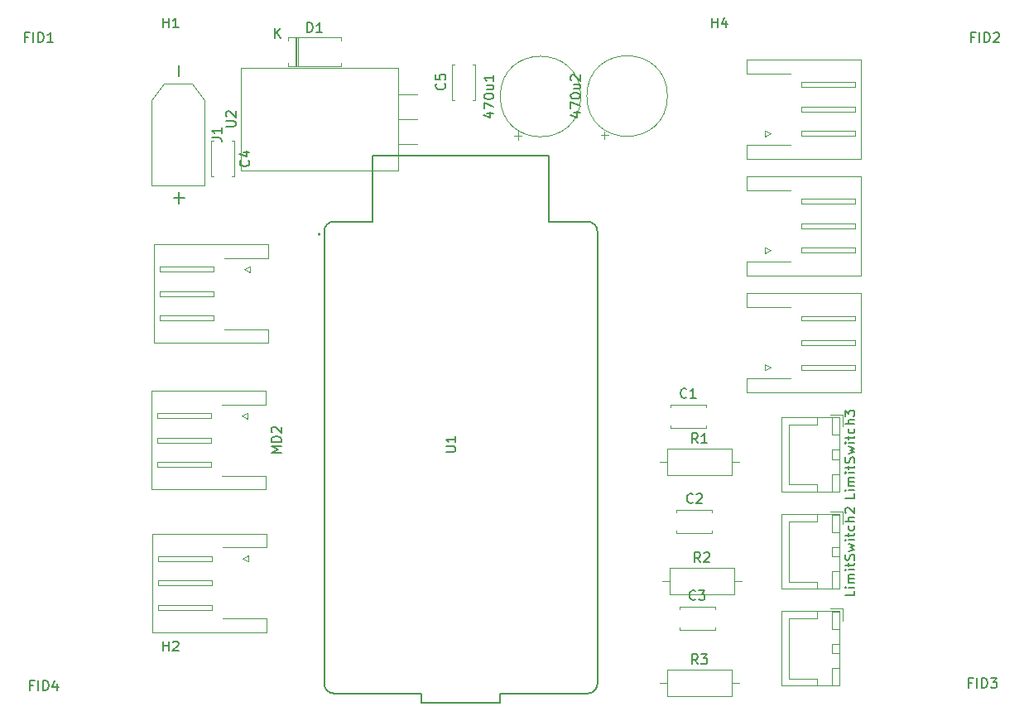
<source format=gbr>
%TF.GenerationSoftware,KiCad,Pcbnew,8.0.4*%
%TF.CreationDate,2024-09-06T02:12:06+09:00*%
%TF.ProjectId,esp_md3_servo3_sensor3,6573705f-6d64-4335-9f73-6572766f335f,rev?*%
%TF.SameCoordinates,Original*%
%TF.FileFunction,Legend,Top*%
%TF.FilePolarity,Positive*%
%FSLAX46Y46*%
G04 Gerber Fmt 4.6, Leading zero omitted, Abs format (unit mm)*
G04 Created by KiCad (PCBNEW 8.0.4) date 2024-09-06 02:12:06*
%MOMM*%
%LPD*%
G01*
G04 APERTURE LIST*
%ADD10C,0.150000*%
%ADD11C,0.120000*%
%ADD12C,0.127000*%
%ADD13C,0.200000*%
G04 APERTURE END LIST*
D10*
X196683333Y-128640819D02*
X196350000Y-128164628D01*
X196111905Y-128640819D02*
X196111905Y-127640819D01*
X196111905Y-127640819D02*
X196492857Y-127640819D01*
X196492857Y-127640819D02*
X196588095Y-127688438D01*
X196588095Y-127688438D02*
X196635714Y-127736057D01*
X196635714Y-127736057D02*
X196683333Y-127831295D01*
X196683333Y-127831295D02*
X196683333Y-127974152D01*
X196683333Y-127974152D02*
X196635714Y-128069390D01*
X196635714Y-128069390D02*
X196588095Y-128117009D01*
X196588095Y-128117009D02*
X196492857Y-128164628D01*
X196492857Y-128164628D02*
X196111905Y-128164628D01*
X197064286Y-127736057D02*
X197111905Y-127688438D01*
X197111905Y-127688438D02*
X197207143Y-127640819D01*
X197207143Y-127640819D02*
X197445238Y-127640819D01*
X197445238Y-127640819D02*
X197540476Y-127688438D01*
X197540476Y-127688438D02*
X197588095Y-127736057D01*
X197588095Y-127736057D02*
X197635714Y-127831295D01*
X197635714Y-127831295D02*
X197635714Y-127926533D01*
X197635714Y-127926533D02*
X197588095Y-128069390D01*
X197588095Y-128069390D02*
X197016667Y-128640819D01*
X197016667Y-128640819D02*
X197635714Y-128640819D01*
X153818819Y-117467523D02*
X152818819Y-117467523D01*
X152818819Y-117467523D02*
X153533104Y-117134190D01*
X153533104Y-117134190D02*
X152818819Y-116800857D01*
X152818819Y-116800857D02*
X153818819Y-116800857D01*
X153818819Y-116324666D02*
X152818819Y-116324666D01*
X152818819Y-116324666D02*
X152818819Y-116086571D01*
X152818819Y-116086571D02*
X152866438Y-115943714D01*
X152866438Y-115943714D02*
X152961676Y-115848476D01*
X152961676Y-115848476D02*
X153056914Y-115800857D01*
X153056914Y-115800857D02*
X153247390Y-115753238D01*
X153247390Y-115753238D02*
X153390247Y-115753238D01*
X153390247Y-115753238D02*
X153580723Y-115800857D01*
X153580723Y-115800857D02*
X153675961Y-115848476D01*
X153675961Y-115848476D02*
X153771200Y-115943714D01*
X153771200Y-115943714D02*
X153818819Y-116086571D01*
X153818819Y-116086571D02*
X153818819Y-116324666D01*
X152914057Y-115372285D02*
X152866438Y-115324666D01*
X152866438Y-115324666D02*
X152818819Y-115229428D01*
X152818819Y-115229428D02*
X152818819Y-114991333D01*
X152818819Y-114991333D02*
X152866438Y-114896095D01*
X152866438Y-114896095D02*
X152914057Y-114848476D01*
X152914057Y-114848476D02*
X153009295Y-114800857D01*
X153009295Y-114800857D02*
X153104533Y-114800857D01*
X153104533Y-114800857D02*
X153247390Y-114848476D01*
X153247390Y-114848476D02*
X153818819Y-115419904D01*
X153818819Y-115419904D02*
X153818819Y-114800857D01*
X156487905Y-74438819D02*
X156487905Y-73438819D01*
X156487905Y-73438819D02*
X156726000Y-73438819D01*
X156726000Y-73438819D02*
X156868857Y-73486438D01*
X156868857Y-73486438D02*
X156964095Y-73581676D01*
X156964095Y-73581676D02*
X157011714Y-73676914D01*
X157011714Y-73676914D02*
X157059333Y-73867390D01*
X157059333Y-73867390D02*
X157059333Y-74010247D01*
X157059333Y-74010247D02*
X157011714Y-74200723D01*
X157011714Y-74200723D02*
X156964095Y-74295961D01*
X156964095Y-74295961D02*
X156868857Y-74391200D01*
X156868857Y-74391200D02*
X156726000Y-74438819D01*
X156726000Y-74438819D02*
X156487905Y-74438819D01*
X158011714Y-74438819D02*
X157440286Y-74438819D01*
X157726000Y-74438819D02*
X157726000Y-73438819D01*
X157726000Y-73438819D02*
X157630762Y-73581676D01*
X157630762Y-73581676D02*
X157535524Y-73676914D01*
X157535524Y-73676914D02*
X157440286Y-73724533D01*
X153154095Y-75008819D02*
X153154095Y-74008819D01*
X153725523Y-75008819D02*
X153296952Y-74437390D01*
X153725523Y-74008819D02*
X153154095Y-74580247D01*
X195921333Y-122519580D02*
X195873714Y-122567200D01*
X195873714Y-122567200D02*
X195730857Y-122614819D01*
X195730857Y-122614819D02*
X195635619Y-122614819D01*
X195635619Y-122614819D02*
X195492762Y-122567200D01*
X195492762Y-122567200D02*
X195397524Y-122471961D01*
X195397524Y-122471961D02*
X195349905Y-122376723D01*
X195349905Y-122376723D02*
X195302286Y-122186247D01*
X195302286Y-122186247D02*
X195302286Y-122043390D01*
X195302286Y-122043390D02*
X195349905Y-121852914D01*
X195349905Y-121852914D02*
X195397524Y-121757676D01*
X195397524Y-121757676D02*
X195492762Y-121662438D01*
X195492762Y-121662438D02*
X195635619Y-121614819D01*
X195635619Y-121614819D02*
X195730857Y-121614819D01*
X195730857Y-121614819D02*
X195873714Y-121662438D01*
X195873714Y-121662438D02*
X195921333Y-121710057D01*
X196302286Y-121710057D02*
X196349905Y-121662438D01*
X196349905Y-121662438D02*
X196445143Y-121614819D01*
X196445143Y-121614819D02*
X196683238Y-121614819D01*
X196683238Y-121614819D02*
X196778476Y-121662438D01*
X196778476Y-121662438D02*
X196826095Y-121710057D01*
X196826095Y-121710057D02*
X196873714Y-121805295D01*
X196873714Y-121805295D02*
X196873714Y-121900533D01*
X196873714Y-121900533D02*
X196826095Y-122043390D01*
X196826095Y-122043390D02*
X196254667Y-122614819D01*
X196254667Y-122614819D02*
X196873714Y-122614819D01*
X127960571Y-74924509D02*
X127627238Y-74924509D01*
X127627238Y-75448319D02*
X127627238Y-74448319D01*
X127627238Y-74448319D02*
X128103428Y-74448319D01*
X128484381Y-75448319D02*
X128484381Y-74448319D01*
X128960571Y-75448319D02*
X128960571Y-74448319D01*
X128960571Y-74448319D02*
X129198666Y-74448319D01*
X129198666Y-74448319D02*
X129341523Y-74495938D01*
X129341523Y-74495938D02*
X129436761Y-74591176D01*
X129436761Y-74591176D02*
X129484380Y-74686414D01*
X129484380Y-74686414D02*
X129531999Y-74876890D01*
X129531999Y-74876890D02*
X129531999Y-75019747D01*
X129531999Y-75019747D02*
X129484380Y-75210223D01*
X129484380Y-75210223D02*
X129436761Y-75305461D01*
X129436761Y-75305461D02*
X129341523Y-75400700D01*
X129341523Y-75400700D02*
X129198666Y-75448319D01*
X129198666Y-75448319D02*
X128960571Y-75448319D01*
X130484380Y-75448319D02*
X129912952Y-75448319D01*
X130198666Y-75448319D02*
X130198666Y-74448319D01*
X130198666Y-74448319D02*
X130103428Y-74591176D01*
X130103428Y-74591176D02*
X130008190Y-74686414D01*
X130008190Y-74686414D02*
X129912952Y-74734033D01*
X212466819Y-131567999D02*
X212466819Y-132044189D01*
X212466819Y-132044189D02*
X211466819Y-132044189D01*
X212466819Y-131234665D02*
X211800152Y-131234665D01*
X211466819Y-131234665D02*
X211514438Y-131282284D01*
X211514438Y-131282284D02*
X211562057Y-131234665D01*
X211562057Y-131234665D02*
X211514438Y-131187046D01*
X211514438Y-131187046D02*
X211466819Y-131234665D01*
X211466819Y-131234665D02*
X211562057Y-131234665D01*
X212466819Y-130758475D02*
X211800152Y-130758475D01*
X211895390Y-130758475D02*
X211847771Y-130710856D01*
X211847771Y-130710856D02*
X211800152Y-130615618D01*
X211800152Y-130615618D02*
X211800152Y-130472761D01*
X211800152Y-130472761D02*
X211847771Y-130377523D01*
X211847771Y-130377523D02*
X211943009Y-130329904D01*
X211943009Y-130329904D02*
X212466819Y-130329904D01*
X211943009Y-130329904D02*
X211847771Y-130282285D01*
X211847771Y-130282285D02*
X211800152Y-130187047D01*
X211800152Y-130187047D02*
X211800152Y-130044190D01*
X211800152Y-130044190D02*
X211847771Y-129948951D01*
X211847771Y-129948951D02*
X211943009Y-129901332D01*
X211943009Y-129901332D02*
X212466819Y-129901332D01*
X212466819Y-129425142D02*
X211800152Y-129425142D01*
X211466819Y-129425142D02*
X211514438Y-129472761D01*
X211514438Y-129472761D02*
X211562057Y-129425142D01*
X211562057Y-129425142D02*
X211514438Y-129377523D01*
X211514438Y-129377523D02*
X211466819Y-129425142D01*
X211466819Y-129425142D02*
X211562057Y-129425142D01*
X211800152Y-129091809D02*
X211800152Y-128710857D01*
X211466819Y-128948952D02*
X212323961Y-128948952D01*
X212323961Y-128948952D02*
X212419200Y-128901333D01*
X212419200Y-128901333D02*
X212466819Y-128806095D01*
X212466819Y-128806095D02*
X212466819Y-128710857D01*
X212419200Y-128425142D02*
X212466819Y-128282285D01*
X212466819Y-128282285D02*
X212466819Y-128044190D01*
X212466819Y-128044190D02*
X212419200Y-127948952D01*
X212419200Y-127948952D02*
X212371580Y-127901333D01*
X212371580Y-127901333D02*
X212276342Y-127853714D01*
X212276342Y-127853714D02*
X212181104Y-127853714D01*
X212181104Y-127853714D02*
X212085866Y-127901333D01*
X212085866Y-127901333D02*
X212038247Y-127948952D01*
X212038247Y-127948952D02*
X211990628Y-128044190D01*
X211990628Y-128044190D02*
X211943009Y-128234666D01*
X211943009Y-128234666D02*
X211895390Y-128329904D01*
X211895390Y-128329904D02*
X211847771Y-128377523D01*
X211847771Y-128377523D02*
X211752533Y-128425142D01*
X211752533Y-128425142D02*
X211657295Y-128425142D01*
X211657295Y-128425142D02*
X211562057Y-128377523D01*
X211562057Y-128377523D02*
X211514438Y-128329904D01*
X211514438Y-128329904D02*
X211466819Y-128234666D01*
X211466819Y-128234666D02*
X211466819Y-127996571D01*
X211466819Y-127996571D02*
X211514438Y-127853714D01*
X211800152Y-127520380D02*
X212466819Y-127329904D01*
X212466819Y-127329904D02*
X211990628Y-127139428D01*
X211990628Y-127139428D02*
X212466819Y-126948952D01*
X212466819Y-126948952D02*
X211800152Y-126758476D01*
X212466819Y-126377523D02*
X211800152Y-126377523D01*
X211466819Y-126377523D02*
X211514438Y-126425142D01*
X211514438Y-126425142D02*
X211562057Y-126377523D01*
X211562057Y-126377523D02*
X211514438Y-126329904D01*
X211514438Y-126329904D02*
X211466819Y-126377523D01*
X211466819Y-126377523D02*
X211562057Y-126377523D01*
X211800152Y-126044190D02*
X211800152Y-125663238D01*
X211466819Y-125901333D02*
X212323961Y-125901333D01*
X212323961Y-125901333D02*
X212419200Y-125853714D01*
X212419200Y-125853714D02*
X212466819Y-125758476D01*
X212466819Y-125758476D02*
X212466819Y-125663238D01*
X212419200Y-124901333D02*
X212466819Y-124996571D01*
X212466819Y-124996571D02*
X212466819Y-125187047D01*
X212466819Y-125187047D02*
X212419200Y-125282285D01*
X212419200Y-125282285D02*
X212371580Y-125329904D01*
X212371580Y-125329904D02*
X212276342Y-125377523D01*
X212276342Y-125377523D02*
X211990628Y-125377523D01*
X211990628Y-125377523D02*
X211895390Y-125329904D01*
X211895390Y-125329904D02*
X211847771Y-125282285D01*
X211847771Y-125282285D02*
X211800152Y-125187047D01*
X211800152Y-125187047D02*
X211800152Y-124996571D01*
X211800152Y-124996571D02*
X211847771Y-124901333D01*
X212466819Y-124472761D02*
X211466819Y-124472761D01*
X212466819Y-124044190D02*
X211943009Y-124044190D01*
X211943009Y-124044190D02*
X211847771Y-124091809D01*
X211847771Y-124091809D02*
X211800152Y-124187047D01*
X211800152Y-124187047D02*
X211800152Y-124329904D01*
X211800152Y-124329904D02*
X211847771Y-124425142D01*
X211847771Y-124425142D02*
X211895390Y-124472761D01*
X211562057Y-123615618D02*
X211514438Y-123567999D01*
X211514438Y-123567999D02*
X211466819Y-123472761D01*
X211466819Y-123472761D02*
X211466819Y-123234666D01*
X211466819Y-123234666D02*
X211514438Y-123139428D01*
X211514438Y-123139428D02*
X211562057Y-123091809D01*
X211562057Y-123091809D02*
X211657295Y-123044190D01*
X211657295Y-123044190D02*
X211752533Y-123044190D01*
X211752533Y-123044190D02*
X211895390Y-123091809D01*
X211895390Y-123091809D02*
X212466819Y-123663237D01*
X212466819Y-123663237D02*
X212466819Y-123044190D01*
X174878152Y-82696476D02*
X175544819Y-82696476D01*
X174497200Y-82934571D02*
X175211485Y-83172666D01*
X175211485Y-83172666D02*
X175211485Y-82553619D01*
X174544819Y-82267904D02*
X174544819Y-81601238D01*
X174544819Y-81601238D02*
X175544819Y-82029809D01*
X174544819Y-81029809D02*
X174544819Y-80934571D01*
X174544819Y-80934571D02*
X174592438Y-80839333D01*
X174592438Y-80839333D02*
X174640057Y-80791714D01*
X174640057Y-80791714D02*
X174735295Y-80744095D01*
X174735295Y-80744095D02*
X174925771Y-80696476D01*
X174925771Y-80696476D02*
X175163866Y-80696476D01*
X175163866Y-80696476D02*
X175354342Y-80744095D01*
X175354342Y-80744095D02*
X175449580Y-80791714D01*
X175449580Y-80791714D02*
X175497200Y-80839333D01*
X175497200Y-80839333D02*
X175544819Y-80934571D01*
X175544819Y-80934571D02*
X175544819Y-81029809D01*
X175544819Y-81029809D02*
X175497200Y-81125047D01*
X175497200Y-81125047D02*
X175449580Y-81172666D01*
X175449580Y-81172666D02*
X175354342Y-81220285D01*
X175354342Y-81220285D02*
X175163866Y-81267904D01*
X175163866Y-81267904D02*
X174925771Y-81267904D01*
X174925771Y-81267904D02*
X174735295Y-81220285D01*
X174735295Y-81220285D02*
X174640057Y-81172666D01*
X174640057Y-81172666D02*
X174592438Y-81125047D01*
X174592438Y-81125047D02*
X174544819Y-81029809D01*
X174878152Y-79839333D02*
X175544819Y-79839333D01*
X174878152Y-80267904D02*
X175401961Y-80267904D01*
X175401961Y-80267904D02*
X175497200Y-80220285D01*
X175497200Y-80220285D02*
X175544819Y-80125047D01*
X175544819Y-80125047D02*
X175544819Y-79982190D01*
X175544819Y-79982190D02*
X175497200Y-79886952D01*
X175497200Y-79886952D02*
X175449580Y-79839333D01*
X175544819Y-78839333D02*
X175544819Y-79410761D01*
X175544819Y-79125047D02*
X174544819Y-79125047D01*
X174544819Y-79125047D02*
X174687676Y-79220285D01*
X174687676Y-79220285D02*
X174782914Y-79315523D01*
X174782914Y-79315523D02*
X174830533Y-79410761D01*
X196429333Y-116448819D02*
X196096000Y-115972628D01*
X195857905Y-116448819D02*
X195857905Y-115448819D01*
X195857905Y-115448819D02*
X196238857Y-115448819D01*
X196238857Y-115448819D02*
X196334095Y-115496438D01*
X196334095Y-115496438D02*
X196381714Y-115544057D01*
X196381714Y-115544057D02*
X196429333Y-115639295D01*
X196429333Y-115639295D02*
X196429333Y-115782152D01*
X196429333Y-115782152D02*
X196381714Y-115877390D01*
X196381714Y-115877390D02*
X196334095Y-115925009D01*
X196334095Y-115925009D02*
X196238857Y-115972628D01*
X196238857Y-115972628D02*
X195857905Y-115972628D01*
X197381714Y-116448819D02*
X196810286Y-116448819D01*
X197096000Y-116448819D02*
X197096000Y-115448819D01*
X197096000Y-115448819D02*
X197000762Y-115591676D01*
X197000762Y-115591676D02*
X196905524Y-115686914D01*
X196905524Y-115686914D02*
X196810286Y-115734533D01*
X141732095Y-73962819D02*
X141732095Y-72962819D01*
X141732095Y-73439009D02*
X142303523Y-73439009D01*
X142303523Y-73962819D02*
X142303523Y-72962819D01*
X143303523Y-73962819D02*
X142732095Y-73962819D01*
X143017809Y-73962819D02*
X143017809Y-72962819D01*
X143017809Y-72962819D02*
X142922571Y-73105676D01*
X142922571Y-73105676D02*
X142827333Y-73200914D01*
X142827333Y-73200914D02*
X142732095Y-73248533D01*
X148144819Y-84073904D02*
X148954342Y-84073904D01*
X148954342Y-84073904D02*
X149049580Y-84026285D01*
X149049580Y-84026285D02*
X149097200Y-83978666D01*
X149097200Y-83978666D02*
X149144819Y-83883428D01*
X149144819Y-83883428D02*
X149144819Y-83692952D01*
X149144819Y-83692952D02*
X149097200Y-83597714D01*
X149097200Y-83597714D02*
X149049580Y-83550095D01*
X149049580Y-83550095D02*
X148954342Y-83502476D01*
X148954342Y-83502476D02*
X148144819Y-83502476D01*
X148240057Y-83073904D02*
X148192438Y-83026285D01*
X148192438Y-83026285D02*
X148144819Y-82931047D01*
X148144819Y-82931047D02*
X148144819Y-82692952D01*
X148144819Y-82692952D02*
X148192438Y-82597714D01*
X148192438Y-82597714D02*
X148240057Y-82550095D01*
X148240057Y-82550095D02*
X148335295Y-82502476D01*
X148335295Y-82502476D02*
X148430533Y-82502476D01*
X148430533Y-82502476D02*
X148573390Y-82550095D01*
X148573390Y-82550095D02*
X149144819Y-83121523D01*
X149144819Y-83121523D02*
X149144819Y-82502476D01*
X150487580Y-87542666D02*
X150535200Y-87590285D01*
X150535200Y-87590285D02*
X150582819Y-87733142D01*
X150582819Y-87733142D02*
X150582819Y-87828380D01*
X150582819Y-87828380D02*
X150535200Y-87971237D01*
X150535200Y-87971237D02*
X150439961Y-88066475D01*
X150439961Y-88066475D02*
X150344723Y-88114094D01*
X150344723Y-88114094D02*
X150154247Y-88161713D01*
X150154247Y-88161713D02*
X150011390Y-88161713D01*
X150011390Y-88161713D02*
X149820914Y-88114094D01*
X149820914Y-88114094D02*
X149725676Y-88066475D01*
X149725676Y-88066475D02*
X149630438Y-87971237D01*
X149630438Y-87971237D02*
X149582819Y-87828380D01*
X149582819Y-87828380D02*
X149582819Y-87733142D01*
X149582819Y-87733142D02*
X149630438Y-87590285D01*
X149630438Y-87590285D02*
X149678057Y-87542666D01*
X149916152Y-86685523D02*
X150582819Y-86685523D01*
X149535200Y-86923618D02*
X150249485Y-87161713D01*
X150249485Y-87161713D02*
X150249485Y-86542666D01*
X196429333Y-139054819D02*
X196096000Y-138578628D01*
X195857905Y-139054819D02*
X195857905Y-138054819D01*
X195857905Y-138054819D02*
X196238857Y-138054819D01*
X196238857Y-138054819D02*
X196334095Y-138102438D01*
X196334095Y-138102438D02*
X196381714Y-138150057D01*
X196381714Y-138150057D02*
X196429333Y-138245295D01*
X196429333Y-138245295D02*
X196429333Y-138388152D01*
X196429333Y-138388152D02*
X196381714Y-138483390D01*
X196381714Y-138483390D02*
X196334095Y-138531009D01*
X196334095Y-138531009D02*
X196238857Y-138578628D01*
X196238857Y-138578628D02*
X195857905Y-138578628D01*
X196762667Y-138054819D02*
X197381714Y-138054819D01*
X197381714Y-138054819D02*
X197048381Y-138435771D01*
X197048381Y-138435771D02*
X197191238Y-138435771D01*
X197191238Y-138435771D02*
X197286476Y-138483390D01*
X197286476Y-138483390D02*
X197334095Y-138531009D01*
X197334095Y-138531009D02*
X197381714Y-138626247D01*
X197381714Y-138626247D02*
X197381714Y-138864342D01*
X197381714Y-138864342D02*
X197334095Y-138959580D01*
X197334095Y-138959580D02*
X197286476Y-139007200D01*
X197286476Y-139007200D02*
X197191238Y-139054819D01*
X197191238Y-139054819D02*
X196905524Y-139054819D01*
X196905524Y-139054819D02*
X196810286Y-139007200D01*
X196810286Y-139007200D02*
X196762667Y-138959580D01*
X224480571Y-140964509D02*
X224147238Y-140964509D01*
X224147238Y-141488319D02*
X224147238Y-140488319D01*
X224147238Y-140488319D02*
X224623428Y-140488319D01*
X225004381Y-141488319D02*
X225004381Y-140488319D01*
X225480571Y-141488319D02*
X225480571Y-140488319D01*
X225480571Y-140488319D02*
X225718666Y-140488319D01*
X225718666Y-140488319D02*
X225861523Y-140535938D01*
X225861523Y-140535938D02*
X225956761Y-140631176D01*
X225956761Y-140631176D02*
X226004380Y-140726414D01*
X226004380Y-140726414D02*
X226051999Y-140916890D01*
X226051999Y-140916890D02*
X226051999Y-141059747D01*
X226051999Y-141059747D02*
X226004380Y-141250223D01*
X226004380Y-141250223D02*
X225956761Y-141345461D01*
X225956761Y-141345461D02*
X225861523Y-141440700D01*
X225861523Y-141440700D02*
X225718666Y-141488319D01*
X225718666Y-141488319D02*
X225480571Y-141488319D01*
X226385333Y-140488319D02*
X227004380Y-140488319D01*
X227004380Y-140488319D02*
X226671047Y-140869271D01*
X226671047Y-140869271D02*
X226813904Y-140869271D01*
X226813904Y-140869271D02*
X226909142Y-140916890D01*
X226909142Y-140916890D02*
X226956761Y-140964509D01*
X226956761Y-140964509D02*
X227004380Y-141059747D01*
X227004380Y-141059747D02*
X227004380Y-141297842D01*
X227004380Y-141297842D02*
X226956761Y-141393080D01*
X226956761Y-141393080D02*
X226909142Y-141440700D01*
X226909142Y-141440700D02*
X226813904Y-141488319D01*
X226813904Y-141488319D02*
X226528190Y-141488319D01*
X226528190Y-141488319D02*
X226432952Y-141440700D01*
X226432952Y-141440700D02*
X226385333Y-141393080D01*
X224734571Y-74924509D02*
X224401238Y-74924509D01*
X224401238Y-75448319D02*
X224401238Y-74448319D01*
X224401238Y-74448319D02*
X224877428Y-74448319D01*
X225258381Y-75448319D02*
X225258381Y-74448319D01*
X225734571Y-75448319D02*
X225734571Y-74448319D01*
X225734571Y-74448319D02*
X225972666Y-74448319D01*
X225972666Y-74448319D02*
X226115523Y-74495938D01*
X226115523Y-74495938D02*
X226210761Y-74591176D01*
X226210761Y-74591176D02*
X226258380Y-74686414D01*
X226258380Y-74686414D02*
X226305999Y-74876890D01*
X226305999Y-74876890D02*
X226305999Y-75019747D01*
X226305999Y-75019747D02*
X226258380Y-75210223D01*
X226258380Y-75210223D02*
X226210761Y-75305461D01*
X226210761Y-75305461D02*
X226115523Y-75400700D01*
X226115523Y-75400700D02*
X225972666Y-75448319D01*
X225972666Y-75448319D02*
X225734571Y-75448319D01*
X226686952Y-74543557D02*
X226734571Y-74495938D01*
X226734571Y-74495938D02*
X226829809Y-74448319D01*
X226829809Y-74448319D02*
X227067904Y-74448319D01*
X227067904Y-74448319D02*
X227163142Y-74495938D01*
X227163142Y-74495938D02*
X227210761Y-74543557D01*
X227210761Y-74543557D02*
X227258380Y-74638795D01*
X227258380Y-74638795D02*
X227258380Y-74734033D01*
X227258380Y-74734033D02*
X227210761Y-74876890D01*
X227210761Y-74876890D02*
X226639333Y-75448319D01*
X226639333Y-75448319D02*
X227258380Y-75448319D01*
X128468571Y-141218509D02*
X128135238Y-141218509D01*
X128135238Y-141742319D02*
X128135238Y-140742319D01*
X128135238Y-140742319D02*
X128611428Y-140742319D01*
X128992381Y-141742319D02*
X128992381Y-140742319D01*
X129468571Y-141742319D02*
X129468571Y-140742319D01*
X129468571Y-140742319D02*
X129706666Y-140742319D01*
X129706666Y-140742319D02*
X129849523Y-140789938D01*
X129849523Y-140789938D02*
X129944761Y-140885176D01*
X129944761Y-140885176D02*
X129992380Y-140980414D01*
X129992380Y-140980414D02*
X130039999Y-141170890D01*
X130039999Y-141170890D02*
X130039999Y-141313747D01*
X130039999Y-141313747D02*
X129992380Y-141504223D01*
X129992380Y-141504223D02*
X129944761Y-141599461D01*
X129944761Y-141599461D02*
X129849523Y-141694700D01*
X129849523Y-141694700D02*
X129706666Y-141742319D01*
X129706666Y-141742319D02*
X129468571Y-141742319D01*
X130897142Y-141075652D02*
X130897142Y-141742319D01*
X130659047Y-140694700D02*
X130420952Y-141408985D01*
X130420952Y-141408985D02*
X131039999Y-141408985D01*
X196195333Y-132425580D02*
X196147714Y-132473200D01*
X196147714Y-132473200D02*
X196004857Y-132520819D01*
X196004857Y-132520819D02*
X195909619Y-132520819D01*
X195909619Y-132520819D02*
X195766762Y-132473200D01*
X195766762Y-132473200D02*
X195671524Y-132377961D01*
X195671524Y-132377961D02*
X195623905Y-132282723D01*
X195623905Y-132282723D02*
X195576286Y-132092247D01*
X195576286Y-132092247D02*
X195576286Y-131949390D01*
X195576286Y-131949390D02*
X195623905Y-131758914D01*
X195623905Y-131758914D02*
X195671524Y-131663676D01*
X195671524Y-131663676D02*
X195766762Y-131568438D01*
X195766762Y-131568438D02*
X195909619Y-131520819D01*
X195909619Y-131520819D02*
X196004857Y-131520819D01*
X196004857Y-131520819D02*
X196147714Y-131568438D01*
X196147714Y-131568438D02*
X196195333Y-131616057D01*
X196528667Y-131520819D02*
X197147714Y-131520819D01*
X197147714Y-131520819D02*
X196814381Y-131901771D01*
X196814381Y-131901771D02*
X196957238Y-131901771D01*
X196957238Y-131901771D02*
X197052476Y-131949390D01*
X197052476Y-131949390D02*
X197100095Y-131997009D01*
X197100095Y-131997009D02*
X197147714Y-132092247D01*
X197147714Y-132092247D02*
X197147714Y-132330342D01*
X197147714Y-132330342D02*
X197100095Y-132425580D01*
X197100095Y-132425580D02*
X197052476Y-132473200D01*
X197052476Y-132473200D02*
X196957238Y-132520819D01*
X196957238Y-132520819D02*
X196671524Y-132520819D01*
X196671524Y-132520819D02*
X196576286Y-132473200D01*
X196576286Y-132473200D02*
X196528667Y-132425580D01*
X183738152Y-82653778D02*
X184404819Y-82653778D01*
X183357200Y-82891873D02*
X184071485Y-83129968D01*
X184071485Y-83129968D02*
X184071485Y-82510921D01*
X183404819Y-82225206D02*
X183404819Y-81558540D01*
X183404819Y-81558540D02*
X184404819Y-81987111D01*
X183404819Y-80987111D02*
X183404819Y-80891873D01*
X183404819Y-80891873D02*
X183452438Y-80796635D01*
X183452438Y-80796635D02*
X183500057Y-80749016D01*
X183500057Y-80749016D02*
X183595295Y-80701397D01*
X183595295Y-80701397D02*
X183785771Y-80653778D01*
X183785771Y-80653778D02*
X184023866Y-80653778D01*
X184023866Y-80653778D02*
X184214342Y-80701397D01*
X184214342Y-80701397D02*
X184309580Y-80749016D01*
X184309580Y-80749016D02*
X184357200Y-80796635D01*
X184357200Y-80796635D02*
X184404819Y-80891873D01*
X184404819Y-80891873D02*
X184404819Y-80987111D01*
X184404819Y-80987111D02*
X184357200Y-81082349D01*
X184357200Y-81082349D02*
X184309580Y-81129968D01*
X184309580Y-81129968D02*
X184214342Y-81177587D01*
X184214342Y-81177587D02*
X184023866Y-81225206D01*
X184023866Y-81225206D02*
X183785771Y-81225206D01*
X183785771Y-81225206D02*
X183595295Y-81177587D01*
X183595295Y-81177587D02*
X183500057Y-81129968D01*
X183500057Y-81129968D02*
X183452438Y-81082349D01*
X183452438Y-81082349D02*
X183404819Y-80987111D01*
X183738152Y-79796635D02*
X184404819Y-79796635D01*
X183738152Y-80225206D02*
X184261961Y-80225206D01*
X184261961Y-80225206D02*
X184357200Y-80177587D01*
X184357200Y-80177587D02*
X184404819Y-80082349D01*
X184404819Y-80082349D02*
X184404819Y-79939492D01*
X184404819Y-79939492D02*
X184357200Y-79844254D01*
X184357200Y-79844254D02*
X184309580Y-79796635D01*
X183500057Y-79368063D02*
X183452438Y-79320444D01*
X183452438Y-79320444D02*
X183404819Y-79225206D01*
X183404819Y-79225206D02*
X183404819Y-78987111D01*
X183404819Y-78987111D02*
X183452438Y-78891873D01*
X183452438Y-78891873D02*
X183500057Y-78844254D01*
X183500057Y-78844254D02*
X183595295Y-78796635D01*
X183595295Y-78796635D02*
X183690533Y-78796635D01*
X183690533Y-78796635D02*
X183833390Y-78844254D01*
X183833390Y-78844254D02*
X184404819Y-79415682D01*
X184404819Y-79415682D02*
X184404819Y-78796635D01*
X170525580Y-79688666D02*
X170573200Y-79736285D01*
X170573200Y-79736285D02*
X170620819Y-79879142D01*
X170620819Y-79879142D02*
X170620819Y-79974380D01*
X170620819Y-79974380D02*
X170573200Y-80117237D01*
X170573200Y-80117237D02*
X170477961Y-80212475D01*
X170477961Y-80212475D02*
X170382723Y-80260094D01*
X170382723Y-80260094D02*
X170192247Y-80307713D01*
X170192247Y-80307713D02*
X170049390Y-80307713D01*
X170049390Y-80307713D02*
X169858914Y-80260094D01*
X169858914Y-80260094D02*
X169763676Y-80212475D01*
X169763676Y-80212475D02*
X169668438Y-80117237D01*
X169668438Y-80117237D02*
X169620819Y-79974380D01*
X169620819Y-79974380D02*
X169620819Y-79879142D01*
X169620819Y-79879142D02*
X169668438Y-79736285D01*
X169668438Y-79736285D02*
X169716057Y-79688666D01*
X169620819Y-78783904D02*
X169620819Y-79260094D01*
X169620819Y-79260094D02*
X170097009Y-79307713D01*
X170097009Y-79307713D02*
X170049390Y-79260094D01*
X170049390Y-79260094D02*
X170001771Y-79164856D01*
X170001771Y-79164856D02*
X170001771Y-78926761D01*
X170001771Y-78926761D02*
X170049390Y-78831523D01*
X170049390Y-78831523D02*
X170097009Y-78783904D01*
X170097009Y-78783904D02*
X170192247Y-78736285D01*
X170192247Y-78736285D02*
X170430342Y-78736285D01*
X170430342Y-78736285D02*
X170525580Y-78783904D01*
X170525580Y-78783904D02*
X170573200Y-78831523D01*
X170573200Y-78831523D02*
X170620819Y-78926761D01*
X170620819Y-78926761D02*
X170620819Y-79164856D01*
X170620819Y-79164856D02*
X170573200Y-79260094D01*
X170573200Y-79260094D02*
X170525580Y-79307713D01*
X197866095Y-73962819D02*
X197866095Y-72962819D01*
X197866095Y-73439009D02*
X198437523Y-73439009D01*
X198437523Y-73962819D02*
X198437523Y-72962819D01*
X199342285Y-73296152D02*
X199342285Y-73962819D01*
X199104190Y-72915200D02*
X198866095Y-73629485D01*
X198866095Y-73629485D02*
X199485142Y-73629485D01*
X212466819Y-121621999D02*
X212466819Y-122098189D01*
X212466819Y-122098189D02*
X211466819Y-122098189D01*
X212466819Y-121288665D02*
X211800152Y-121288665D01*
X211466819Y-121288665D02*
X211514438Y-121336284D01*
X211514438Y-121336284D02*
X211562057Y-121288665D01*
X211562057Y-121288665D02*
X211514438Y-121241046D01*
X211514438Y-121241046D02*
X211466819Y-121288665D01*
X211466819Y-121288665D02*
X211562057Y-121288665D01*
X212466819Y-120812475D02*
X211800152Y-120812475D01*
X211895390Y-120812475D02*
X211847771Y-120764856D01*
X211847771Y-120764856D02*
X211800152Y-120669618D01*
X211800152Y-120669618D02*
X211800152Y-120526761D01*
X211800152Y-120526761D02*
X211847771Y-120431523D01*
X211847771Y-120431523D02*
X211943009Y-120383904D01*
X211943009Y-120383904D02*
X212466819Y-120383904D01*
X211943009Y-120383904D02*
X211847771Y-120336285D01*
X211847771Y-120336285D02*
X211800152Y-120241047D01*
X211800152Y-120241047D02*
X211800152Y-120098190D01*
X211800152Y-120098190D02*
X211847771Y-120002951D01*
X211847771Y-120002951D02*
X211943009Y-119955332D01*
X211943009Y-119955332D02*
X212466819Y-119955332D01*
X212466819Y-119479142D02*
X211800152Y-119479142D01*
X211466819Y-119479142D02*
X211514438Y-119526761D01*
X211514438Y-119526761D02*
X211562057Y-119479142D01*
X211562057Y-119479142D02*
X211514438Y-119431523D01*
X211514438Y-119431523D02*
X211466819Y-119479142D01*
X211466819Y-119479142D02*
X211562057Y-119479142D01*
X211800152Y-119145809D02*
X211800152Y-118764857D01*
X211466819Y-119002952D02*
X212323961Y-119002952D01*
X212323961Y-119002952D02*
X212419200Y-118955333D01*
X212419200Y-118955333D02*
X212466819Y-118860095D01*
X212466819Y-118860095D02*
X212466819Y-118764857D01*
X212419200Y-118479142D02*
X212466819Y-118336285D01*
X212466819Y-118336285D02*
X212466819Y-118098190D01*
X212466819Y-118098190D02*
X212419200Y-118002952D01*
X212419200Y-118002952D02*
X212371580Y-117955333D01*
X212371580Y-117955333D02*
X212276342Y-117907714D01*
X212276342Y-117907714D02*
X212181104Y-117907714D01*
X212181104Y-117907714D02*
X212085866Y-117955333D01*
X212085866Y-117955333D02*
X212038247Y-118002952D01*
X212038247Y-118002952D02*
X211990628Y-118098190D01*
X211990628Y-118098190D02*
X211943009Y-118288666D01*
X211943009Y-118288666D02*
X211895390Y-118383904D01*
X211895390Y-118383904D02*
X211847771Y-118431523D01*
X211847771Y-118431523D02*
X211752533Y-118479142D01*
X211752533Y-118479142D02*
X211657295Y-118479142D01*
X211657295Y-118479142D02*
X211562057Y-118431523D01*
X211562057Y-118431523D02*
X211514438Y-118383904D01*
X211514438Y-118383904D02*
X211466819Y-118288666D01*
X211466819Y-118288666D02*
X211466819Y-118050571D01*
X211466819Y-118050571D02*
X211514438Y-117907714D01*
X211800152Y-117574380D02*
X212466819Y-117383904D01*
X212466819Y-117383904D02*
X211990628Y-117193428D01*
X211990628Y-117193428D02*
X212466819Y-117002952D01*
X212466819Y-117002952D02*
X211800152Y-116812476D01*
X212466819Y-116431523D02*
X211800152Y-116431523D01*
X211466819Y-116431523D02*
X211514438Y-116479142D01*
X211514438Y-116479142D02*
X211562057Y-116431523D01*
X211562057Y-116431523D02*
X211514438Y-116383904D01*
X211514438Y-116383904D02*
X211466819Y-116431523D01*
X211466819Y-116431523D02*
X211562057Y-116431523D01*
X211800152Y-116098190D02*
X211800152Y-115717238D01*
X211466819Y-115955333D02*
X212323961Y-115955333D01*
X212323961Y-115955333D02*
X212419200Y-115907714D01*
X212419200Y-115907714D02*
X212466819Y-115812476D01*
X212466819Y-115812476D02*
X212466819Y-115717238D01*
X212419200Y-114955333D02*
X212466819Y-115050571D01*
X212466819Y-115050571D02*
X212466819Y-115241047D01*
X212466819Y-115241047D02*
X212419200Y-115336285D01*
X212419200Y-115336285D02*
X212371580Y-115383904D01*
X212371580Y-115383904D02*
X212276342Y-115431523D01*
X212276342Y-115431523D02*
X211990628Y-115431523D01*
X211990628Y-115431523D02*
X211895390Y-115383904D01*
X211895390Y-115383904D02*
X211847771Y-115336285D01*
X211847771Y-115336285D02*
X211800152Y-115241047D01*
X211800152Y-115241047D02*
X211800152Y-115050571D01*
X211800152Y-115050571D02*
X211847771Y-114955333D01*
X212466819Y-114526761D02*
X211466819Y-114526761D01*
X212466819Y-114098190D02*
X211943009Y-114098190D01*
X211943009Y-114098190D02*
X211847771Y-114145809D01*
X211847771Y-114145809D02*
X211800152Y-114241047D01*
X211800152Y-114241047D02*
X211800152Y-114383904D01*
X211800152Y-114383904D02*
X211847771Y-114479142D01*
X211847771Y-114479142D02*
X211895390Y-114526761D01*
X211466819Y-113717237D02*
X211466819Y-113098190D01*
X211466819Y-113098190D02*
X211847771Y-113431523D01*
X211847771Y-113431523D02*
X211847771Y-113288666D01*
X211847771Y-113288666D02*
X211895390Y-113193428D01*
X211895390Y-113193428D02*
X211943009Y-113145809D01*
X211943009Y-113145809D02*
X212038247Y-113098190D01*
X212038247Y-113098190D02*
X212276342Y-113098190D01*
X212276342Y-113098190D02*
X212371580Y-113145809D01*
X212371580Y-113145809D02*
X212419200Y-113193428D01*
X212419200Y-113193428D02*
X212466819Y-113288666D01*
X212466819Y-113288666D02*
X212466819Y-113574380D01*
X212466819Y-113574380D02*
X212419200Y-113669618D01*
X212419200Y-113669618D02*
X212371580Y-113717237D01*
X146710819Y-85209333D02*
X147425104Y-85209333D01*
X147425104Y-85209333D02*
X147567961Y-85256952D01*
X147567961Y-85256952D02*
X147663200Y-85352190D01*
X147663200Y-85352190D02*
X147710819Y-85495047D01*
X147710819Y-85495047D02*
X147710819Y-85590285D01*
X147710819Y-84209333D02*
X147710819Y-84780761D01*
X147710819Y-84495047D02*
X146710819Y-84495047D01*
X146710819Y-84495047D02*
X146853676Y-84590285D01*
X146853676Y-84590285D02*
X146948914Y-84685523D01*
X146948914Y-84685523D02*
X146996533Y-84780761D01*
X143370700Y-78947428D02*
X143370700Y-77804571D01*
X143370700Y-91947428D02*
X143370700Y-90804571D01*
X143942128Y-91375999D02*
X142799271Y-91375999D01*
X141732095Y-137716819D02*
X141732095Y-136716819D01*
X141732095Y-137193009D02*
X142303523Y-137193009D01*
X142303523Y-137716819D02*
X142303523Y-136716819D01*
X142732095Y-136812057D02*
X142779714Y-136764438D01*
X142779714Y-136764438D02*
X142874952Y-136716819D01*
X142874952Y-136716819D02*
X143113047Y-136716819D01*
X143113047Y-136716819D02*
X143208285Y-136764438D01*
X143208285Y-136764438D02*
X143255904Y-136812057D01*
X143255904Y-136812057D02*
X143303523Y-136907295D01*
X143303523Y-136907295D02*
X143303523Y-137002533D01*
X143303523Y-137002533D02*
X143255904Y-137145390D01*
X143255904Y-137145390D02*
X142684476Y-137716819D01*
X142684476Y-137716819D02*
X143303523Y-137716819D01*
X170650819Y-117347904D02*
X171460342Y-117347904D01*
X171460342Y-117347904D02*
X171555580Y-117300285D01*
X171555580Y-117300285D02*
X171603200Y-117252666D01*
X171603200Y-117252666D02*
X171650819Y-117157428D01*
X171650819Y-117157428D02*
X171650819Y-116966952D01*
X171650819Y-116966952D02*
X171603200Y-116871714D01*
X171603200Y-116871714D02*
X171555580Y-116824095D01*
X171555580Y-116824095D02*
X171460342Y-116776476D01*
X171460342Y-116776476D02*
X170650819Y-116776476D01*
X171650819Y-115776476D02*
X171650819Y-116347904D01*
X171650819Y-116062190D02*
X170650819Y-116062190D01*
X170650819Y-116062190D02*
X170793676Y-116157428D01*
X170793676Y-116157428D02*
X170888914Y-116252666D01*
X170888914Y-116252666D02*
X170936533Y-116347904D01*
X195283333Y-111759580D02*
X195235714Y-111807200D01*
X195235714Y-111807200D02*
X195092857Y-111854819D01*
X195092857Y-111854819D02*
X194997619Y-111854819D01*
X194997619Y-111854819D02*
X194854762Y-111807200D01*
X194854762Y-111807200D02*
X194759524Y-111711961D01*
X194759524Y-111711961D02*
X194711905Y-111616723D01*
X194711905Y-111616723D02*
X194664286Y-111426247D01*
X194664286Y-111426247D02*
X194664286Y-111283390D01*
X194664286Y-111283390D02*
X194711905Y-111092914D01*
X194711905Y-111092914D02*
X194759524Y-110997676D01*
X194759524Y-110997676D02*
X194854762Y-110902438D01*
X194854762Y-110902438D02*
X194997619Y-110854819D01*
X194997619Y-110854819D02*
X195092857Y-110854819D01*
X195092857Y-110854819D02*
X195235714Y-110902438D01*
X195235714Y-110902438D02*
X195283333Y-110950057D01*
X196235714Y-111854819D02*
X195664286Y-111854819D01*
X195950000Y-111854819D02*
X195950000Y-110854819D01*
X195950000Y-110854819D02*
X195854762Y-110997676D01*
X195854762Y-110997676D02*
X195759524Y-111092914D01*
X195759524Y-111092914D02*
X195664286Y-111140533D01*
D11*
%TO.C,R2*%
X192810000Y-130556000D02*
X193580000Y-130556000D01*
X193580000Y-129186000D02*
X193580000Y-131926000D01*
X193580000Y-131926000D02*
X200120000Y-131926000D01*
X200120000Y-129186000D02*
X193580000Y-129186000D01*
X200120000Y-131926000D02*
X200120000Y-129186000D01*
X200890000Y-130556000D02*
X200120000Y-130556000D01*
%TO.C,MD2*%
X140554000Y-111098000D02*
X152274000Y-111098000D01*
X140554000Y-116158000D02*
X140554000Y-111098000D01*
X140554000Y-116158000D02*
X140554000Y-121218000D01*
X140554000Y-121218000D02*
X152274000Y-121218000D01*
X141164000Y-113408000D02*
X141164000Y-113908000D01*
X141164000Y-113908000D02*
X146664000Y-113908000D01*
X141164000Y-115908000D02*
X141164000Y-116408000D01*
X141164000Y-116408000D02*
X146664000Y-116408000D01*
X141164000Y-118408000D02*
X141164000Y-118908000D01*
X141164000Y-118908000D02*
X146664000Y-118908000D01*
X146664000Y-113408000D02*
X141164000Y-113408000D01*
X146664000Y-113908000D02*
X146664000Y-113408000D01*
X146664000Y-115908000D02*
X141164000Y-115908000D01*
X146664000Y-116408000D02*
X146664000Y-115908000D01*
X146664000Y-118408000D02*
X141164000Y-118408000D01*
X146664000Y-118908000D02*
X146664000Y-118408000D01*
X149764000Y-113658000D02*
X150364000Y-113358000D01*
X150364000Y-113358000D02*
X150364000Y-113958000D01*
X150364000Y-113958000D02*
X149764000Y-113658000D01*
X152274000Y-111098000D02*
X152274000Y-112518000D01*
X152274000Y-112518000D02*
X147774000Y-112518000D01*
X152274000Y-119798000D02*
X147774000Y-119798000D01*
X152274000Y-121218000D02*
X152274000Y-119798000D01*
%TO.C,MD3*%
X140626000Y-125710000D02*
X152346000Y-125710000D01*
X140626000Y-130770000D02*
X140626000Y-125710000D01*
X140626000Y-130770000D02*
X140626000Y-135830000D01*
X140626000Y-135830000D02*
X152346000Y-135830000D01*
X141236000Y-128020000D02*
X141236000Y-128520000D01*
X141236000Y-128520000D02*
X146736000Y-128520000D01*
X141236000Y-130520000D02*
X141236000Y-131020000D01*
X141236000Y-131020000D02*
X146736000Y-131020000D01*
X141236000Y-133020000D02*
X141236000Y-133520000D01*
X141236000Y-133520000D02*
X146736000Y-133520000D01*
X146736000Y-128020000D02*
X141236000Y-128020000D01*
X146736000Y-128520000D02*
X146736000Y-128020000D01*
X146736000Y-130520000D02*
X141236000Y-130520000D01*
X146736000Y-131020000D02*
X146736000Y-130520000D01*
X146736000Y-133020000D02*
X141236000Y-133020000D01*
X146736000Y-133520000D02*
X146736000Y-133020000D01*
X149836000Y-128270000D02*
X150436000Y-127970000D01*
X150436000Y-127970000D02*
X150436000Y-128570000D01*
X150436000Y-128570000D02*
X149836000Y-128270000D01*
X152346000Y-125710000D02*
X152346000Y-127130000D01*
X152346000Y-127130000D02*
X147846000Y-127130000D01*
X152346000Y-134410000D02*
X147846000Y-134410000D01*
X152346000Y-135830000D02*
X152346000Y-134410000D01*
%TO.C,D1*%
X154506000Y-74984000D02*
X159946000Y-74984000D01*
X154506000Y-75314000D02*
X154506000Y-74984000D01*
X154506000Y-77594000D02*
X154506000Y-77924000D01*
X154506000Y-77924000D02*
X159946000Y-77924000D01*
X155286000Y-74984000D02*
X155286000Y-77924000D01*
X155406000Y-74984000D02*
X155406000Y-77924000D01*
X155526000Y-74984000D02*
X155526000Y-77924000D01*
X159946000Y-74984000D02*
X159946000Y-75314000D01*
X159946000Y-77924000D02*
X159946000Y-77594000D01*
%TO.C,C2*%
X194268000Y-123290000D02*
X194268000Y-123535000D01*
X194268000Y-123290000D02*
X197908000Y-123290000D01*
X194268000Y-125385000D02*
X194268000Y-125630000D01*
X194268000Y-125630000D02*
X197908000Y-125630000D01*
X197908000Y-123290000D02*
X197908000Y-123535000D01*
X197908000Y-125385000D02*
X197908000Y-125630000D01*
%TO.C,Servo3*%
X201404000Y-77236000D02*
X201404000Y-78656000D01*
X201404000Y-78656000D02*
X205904000Y-78656000D01*
X201404000Y-85936000D02*
X205904000Y-85936000D01*
X201404000Y-87356000D02*
X201404000Y-85936000D01*
X203314000Y-84496000D02*
X203914000Y-84796000D01*
X203314000Y-85096000D02*
X203314000Y-84496000D01*
X203914000Y-84796000D02*
X203314000Y-85096000D01*
X207014000Y-79546000D02*
X207014000Y-80046000D01*
X207014000Y-80046000D02*
X212514000Y-80046000D01*
X207014000Y-82046000D02*
X207014000Y-82546000D01*
X207014000Y-82546000D02*
X212514000Y-82546000D01*
X207014000Y-84546000D02*
X207014000Y-85046000D01*
X207014000Y-85046000D02*
X212514000Y-85046000D01*
X212514000Y-79546000D02*
X207014000Y-79546000D01*
X212514000Y-80046000D02*
X212514000Y-79546000D01*
X212514000Y-82046000D02*
X207014000Y-82046000D01*
X212514000Y-82546000D02*
X212514000Y-82046000D01*
X212514000Y-84546000D02*
X207014000Y-84546000D01*
X212514000Y-85046000D02*
X212514000Y-84546000D01*
X213124000Y-77236000D02*
X201404000Y-77236000D01*
X213124000Y-82296000D02*
X213124000Y-77236000D01*
X213124000Y-82296000D02*
X213124000Y-87356000D01*
X213124000Y-87356000D02*
X201404000Y-87356000D01*
%TO.C,LimitSwitch1*%
X204952000Y-133664000D02*
X204952000Y-141284000D01*
X204952000Y-141284000D02*
X210922000Y-141284000D01*
X205712000Y-134424000D02*
X205712000Y-137474000D01*
X205712000Y-140524000D02*
X205712000Y-137474000D01*
X208662000Y-133674000D02*
X208662000Y-134424000D01*
X208662000Y-134424000D02*
X205712000Y-134424000D01*
X208662000Y-140524000D02*
X205712000Y-140524000D01*
X208662000Y-141274000D02*
X208662000Y-140524000D01*
X210162000Y-133674000D02*
X210162000Y-135474000D01*
X210162000Y-135474000D02*
X210912000Y-135474000D01*
X210162000Y-136974000D02*
X210162000Y-137974000D01*
X210162000Y-137974000D02*
X210912000Y-137974000D01*
X210162000Y-139474000D02*
X210162000Y-141274000D01*
X210162000Y-141274000D02*
X210912000Y-141274000D01*
X210912000Y-133674000D02*
X210162000Y-133674000D01*
X210912000Y-135474000D02*
X210912000Y-133674000D01*
X210912000Y-136974000D02*
X210162000Y-136974000D01*
X210912000Y-137974000D02*
X210912000Y-136974000D01*
X210912000Y-139474000D02*
X210162000Y-139474000D01*
X210912000Y-141274000D02*
X210912000Y-139474000D01*
X210922000Y-133664000D02*
X204952000Y-133664000D01*
X210922000Y-141284000D02*
X210922000Y-133664000D01*
X211212000Y-133374000D02*
X209962000Y-133374000D01*
X211212000Y-134624000D02*
X211212000Y-133374000D01*
%TO.C,LimitSwitch2*%
X204952000Y-123758000D02*
X204952000Y-131378000D01*
X204952000Y-131378000D02*
X210922000Y-131378000D01*
X205712000Y-124518000D02*
X205712000Y-127568000D01*
X205712000Y-130618000D02*
X205712000Y-127568000D01*
X208662000Y-123768000D02*
X208662000Y-124518000D01*
X208662000Y-124518000D02*
X205712000Y-124518000D01*
X208662000Y-130618000D02*
X205712000Y-130618000D01*
X208662000Y-131368000D02*
X208662000Y-130618000D01*
X210162000Y-123768000D02*
X210162000Y-125568000D01*
X210162000Y-125568000D02*
X210912000Y-125568000D01*
X210162000Y-127068000D02*
X210162000Y-128068000D01*
X210162000Y-128068000D02*
X210912000Y-128068000D01*
X210162000Y-129568000D02*
X210162000Y-131368000D01*
X210162000Y-131368000D02*
X210912000Y-131368000D01*
X210912000Y-123768000D02*
X210162000Y-123768000D01*
X210912000Y-125568000D02*
X210912000Y-123768000D01*
X210912000Y-127068000D02*
X210162000Y-127068000D01*
X210912000Y-128068000D02*
X210912000Y-127068000D01*
X210912000Y-129568000D02*
X210162000Y-129568000D01*
X210912000Y-131368000D02*
X210912000Y-129568000D01*
X210922000Y-123758000D02*
X204952000Y-123758000D01*
X210922000Y-131378000D02*
X210922000Y-123758000D01*
X211212000Y-123468000D02*
X209962000Y-123468000D01*
X211212000Y-124718000D02*
X211212000Y-123468000D01*
%TO.C,470u1*%
X177625000Y-85015698D02*
X178425000Y-85015698D01*
X178025000Y-85415698D02*
X178025000Y-84615698D01*
X184460000Y-81006000D02*
G75*
G02*
X176220000Y-81006000I-4120000J0D01*
G01*
X176220000Y-81006000D02*
G75*
G02*
X184460000Y-81006000I4120000J0D01*
G01*
%TO.C,R1*%
X192556000Y-118364000D02*
X193326000Y-118364000D01*
X193326000Y-116994000D02*
X193326000Y-119734000D01*
X193326000Y-119734000D02*
X199866000Y-119734000D01*
X199866000Y-116994000D02*
X193326000Y-116994000D01*
X199866000Y-119734000D02*
X199866000Y-116994000D01*
X200636000Y-118364000D02*
X199866000Y-118364000D01*
%TO.C,U2*%
X149690000Y-78062000D02*
X165800000Y-78062000D01*
X149690000Y-88562000D02*
X149690000Y-78062000D01*
X149690000Y-88562000D02*
X165800000Y-88562000D01*
X165800000Y-80772000D02*
X167760000Y-80772000D01*
X165800000Y-83312000D02*
X167760000Y-83312000D01*
X165800000Y-85852000D02*
X167760000Y-85852000D01*
X165800000Y-88562000D02*
X165800000Y-78062000D01*
%TO.C,C4*%
X146658000Y-85556000D02*
X146658000Y-89196000D01*
X146903000Y-85556000D02*
X146658000Y-85556000D01*
X146903000Y-89196000D02*
X146658000Y-89196000D01*
X148998000Y-85556000D02*
X148753000Y-85556000D01*
X148998000Y-85556000D02*
X148998000Y-89196000D01*
X148998000Y-89196000D02*
X148753000Y-89196000D01*
%TO.C,R3*%
X192556000Y-140970000D02*
X193326000Y-140970000D01*
X193326000Y-139600000D02*
X193326000Y-142340000D01*
X193326000Y-142340000D02*
X199866000Y-142340000D01*
X199866000Y-139600000D02*
X193326000Y-139600000D01*
X199866000Y-142340000D02*
X199866000Y-139600000D01*
X200636000Y-140970000D02*
X199866000Y-140970000D01*
%TO.C,C3*%
X194542000Y-133196000D02*
X194542000Y-133441000D01*
X194542000Y-133196000D02*
X198182000Y-133196000D01*
X194542000Y-135291000D02*
X194542000Y-135536000D01*
X194542000Y-135536000D02*
X198182000Y-135536000D01*
X198182000Y-133196000D02*
X198182000Y-133441000D01*
X198182000Y-135291000D02*
X198182000Y-135536000D01*
%TO.C,MD1*%
X140808000Y-96112000D02*
X152528000Y-96112000D01*
X140808000Y-101172000D02*
X140808000Y-96112000D01*
X140808000Y-101172000D02*
X140808000Y-106232000D01*
X140808000Y-106232000D02*
X152528000Y-106232000D01*
X141418000Y-98422000D02*
X141418000Y-98922000D01*
X141418000Y-98922000D02*
X146918000Y-98922000D01*
X141418000Y-100922000D02*
X141418000Y-101422000D01*
X141418000Y-101422000D02*
X146918000Y-101422000D01*
X141418000Y-103422000D02*
X141418000Y-103922000D01*
X141418000Y-103922000D02*
X146918000Y-103922000D01*
X146918000Y-98422000D02*
X141418000Y-98422000D01*
X146918000Y-98922000D02*
X146918000Y-98422000D01*
X146918000Y-100922000D02*
X141418000Y-100922000D01*
X146918000Y-101422000D02*
X146918000Y-100922000D01*
X146918000Y-103422000D02*
X141418000Y-103422000D01*
X146918000Y-103922000D02*
X146918000Y-103422000D01*
X150018000Y-98672000D02*
X150618000Y-98372000D01*
X150618000Y-98372000D02*
X150618000Y-98972000D01*
X150618000Y-98972000D02*
X150018000Y-98672000D01*
X152528000Y-96112000D02*
X152528000Y-97532000D01*
X152528000Y-97532000D02*
X148028000Y-97532000D01*
X152528000Y-104812000D02*
X148028000Y-104812000D01*
X152528000Y-106232000D02*
X152528000Y-104812000D01*
%TO.C,470u2*%
X186485000Y-84973000D02*
X187285000Y-84973000D01*
X186885000Y-85373000D02*
X186885000Y-84573000D01*
X193320000Y-80963302D02*
G75*
G02*
X185080000Y-80963302I-4120000J0D01*
G01*
X185080000Y-80963302D02*
G75*
G02*
X193320000Y-80963302I4120000J0D01*
G01*
%TO.C,Servo1*%
X201404000Y-101136000D02*
X201404000Y-102556000D01*
X201404000Y-102556000D02*
X205904000Y-102556000D01*
X201404000Y-109836000D02*
X205904000Y-109836000D01*
X201404000Y-111256000D02*
X201404000Y-109836000D01*
X203314000Y-108396000D02*
X203914000Y-108696000D01*
X203314000Y-108996000D02*
X203314000Y-108396000D01*
X203914000Y-108696000D02*
X203314000Y-108996000D01*
X207014000Y-103446000D02*
X207014000Y-103946000D01*
X207014000Y-103946000D02*
X212514000Y-103946000D01*
X207014000Y-105946000D02*
X207014000Y-106446000D01*
X207014000Y-106446000D02*
X212514000Y-106446000D01*
X207014000Y-108446000D02*
X207014000Y-108946000D01*
X207014000Y-108946000D02*
X212514000Y-108946000D01*
X212514000Y-103446000D02*
X207014000Y-103446000D01*
X212514000Y-103946000D02*
X212514000Y-103446000D01*
X212514000Y-105946000D02*
X207014000Y-105946000D01*
X212514000Y-106446000D02*
X212514000Y-105946000D01*
X212514000Y-108446000D02*
X207014000Y-108446000D01*
X212514000Y-108946000D02*
X212514000Y-108446000D01*
X213124000Y-101136000D02*
X201404000Y-101136000D01*
X213124000Y-106196000D02*
X213124000Y-101136000D01*
X213124000Y-106196000D02*
X213124000Y-111256000D01*
X213124000Y-111256000D02*
X201404000Y-111256000D01*
%TO.C,C5*%
X171296000Y-77702000D02*
X171541000Y-77702000D01*
X171296000Y-81342000D02*
X171296000Y-77702000D01*
X171296000Y-81342000D02*
X171541000Y-81342000D01*
X173391000Y-77702000D02*
X173636000Y-77702000D01*
X173391000Y-81342000D02*
X173636000Y-81342000D01*
X173636000Y-81342000D02*
X173636000Y-77702000D01*
%TO.C,LimitSwitch3*%
X204952000Y-113812000D02*
X204952000Y-121432000D01*
X204952000Y-121432000D02*
X210922000Y-121432000D01*
X205712000Y-114572000D02*
X205712000Y-117622000D01*
X205712000Y-120672000D02*
X205712000Y-117622000D01*
X208662000Y-113822000D02*
X208662000Y-114572000D01*
X208662000Y-114572000D02*
X205712000Y-114572000D01*
X208662000Y-120672000D02*
X205712000Y-120672000D01*
X208662000Y-121422000D02*
X208662000Y-120672000D01*
X210162000Y-113822000D02*
X210162000Y-115622000D01*
X210162000Y-115622000D02*
X210912000Y-115622000D01*
X210162000Y-117122000D02*
X210162000Y-118122000D01*
X210162000Y-118122000D02*
X210912000Y-118122000D01*
X210162000Y-119622000D02*
X210162000Y-121422000D01*
X210162000Y-121422000D02*
X210912000Y-121422000D01*
X210912000Y-113822000D02*
X210162000Y-113822000D01*
X210912000Y-115622000D02*
X210912000Y-113822000D01*
X210912000Y-117122000D02*
X210162000Y-117122000D01*
X210912000Y-118122000D02*
X210912000Y-117122000D01*
X210912000Y-119622000D02*
X210162000Y-119622000D01*
X210912000Y-121422000D02*
X210912000Y-119622000D01*
X210922000Y-113812000D02*
X204952000Y-113812000D01*
X210922000Y-121432000D02*
X210922000Y-113812000D01*
X211212000Y-113522000D02*
X209962000Y-113522000D01*
X211212000Y-114772000D02*
X211212000Y-113522000D01*
%TO.C,Servo2*%
X201404000Y-89186000D02*
X201404000Y-90606000D01*
X201404000Y-90606000D02*
X205904000Y-90606000D01*
X201404000Y-97886000D02*
X205904000Y-97886000D01*
X201404000Y-99306000D02*
X201404000Y-97886000D01*
X203314000Y-96446000D02*
X203914000Y-96746000D01*
X203314000Y-97046000D02*
X203314000Y-96446000D01*
X203914000Y-96746000D02*
X203314000Y-97046000D01*
X207014000Y-91496000D02*
X207014000Y-91996000D01*
X207014000Y-91996000D02*
X212514000Y-91996000D01*
X207014000Y-93996000D02*
X207014000Y-94496000D01*
X207014000Y-94496000D02*
X212514000Y-94496000D01*
X207014000Y-96496000D02*
X207014000Y-96996000D01*
X207014000Y-96996000D02*
X212514000Y-96996000D01*
X212514000Y-91496000D02*
X207014000Y-91496000D01*
X212514000Y-91996000D02*
X212514000Y-91496000D01*
X212514000Y-93996000D02*
X207014000Y-93996000D01*
X212514000Y-94496000D02*
X212514000Y-93996000D01*
X212514000Y-96496000D02*
X207014000Y-96496000D01*
X212514000Y-96996000D02*
X212514000Y-96496000D01*
X213124000Y-89186000D02*
X201404000Y-89186000D01*
X213124000Y-94246000D02*
X213124000Y-89186000D01*
X213124000Y-94246000D02*
X213124000Y-99306000D01*
X213124000Y-99306000D02*
X201404000Y-99306000D01*
%TO.C,J1*%
X140546000Y-81366000D02*
X140546000Y-90086000D01*
X141846000Y-79666000D02*
X140546000Y-81366000D01*
X144666000Y-79666000D02*
X141846000Y-79666000D01*
X144666000Y-79666000D02*
X145966000Y-81366000D01*
X145966000Y-81366000D02*
X145966000Y-90086000D01*
X145966000Y-90086000D02*
X140546000Y-90086000D01*
D12*
%TO.C,U1*%
X158215500Y-141062000D02*
X158215500Y-94802000D01*
X159215500Y-93802000D02*
X163185500Y-93802000D01*
X159215500Y-142062000D02*
X168135500Y-142062000D01*
X163185500Y-87062000D02*
X181185500Y-87062000D01*
X163185500Y-93802000D02*
X163185500Y-87062000D01*
X168135500Y-142062000D02*
X168135500Y-143062000D01*
X168135500Y-143062000D02*
X176235500Y-143062000D01*
X176235500Y-142062000D02*
X185155500Y-142062000D01*
X176235500Y-143062000D02*
X176235500Y-142062000D01*
X181185500Y-87062000D02*
X181185500Y-93802000D01*
X181185500Y-93802000D02*
X185155500Y-93802000D01*
X186155500Y-141062000D02*
X186155500Y-94802000D01*
X158215500Y-94802000D02*
G75*
G02*
X159215500Y-93802000I999999J1D01*
G01*
X159215500Y-142062000D02*
G75*
G02*
X158215500Y-141062000I-1J999999D01*
G01*
X185155500Y-93802000D02*
G75*
G02*
X186155500Y-94802000I0J-1000000D01*
G01*
X186155500Y-141062000D02*
G75*
G02*
X185155500Y-142062000I-1000000J0D01*
G01*
D13*
X157785500Y-95097000D02*
G75*
G02*
X157585500Y-95097000I-100000J0D01*
G01*
X157585500Y-95097000D02*
G75*
G02*
X157785500Y-95097000I100000J0D01*
G01*
D11*
%TO.C,C1*%
X193630000Y-112530000D02*
X193630000Y-112775000D01*
X193630000Y-112530000D02*
X197270000Y-112530000D01*
X193630000Y-114625000D02*
X193630000Y-114870000D01*
X193630000Y-114870000D02*
X197270000Y-114870000D01*
X197270000Y-112530000D02*
X197270000Y-112775000D01*
X197270000Y-114625000D02*
X197270000Y-114870000D01*
%TD*%
M02*

</source>
